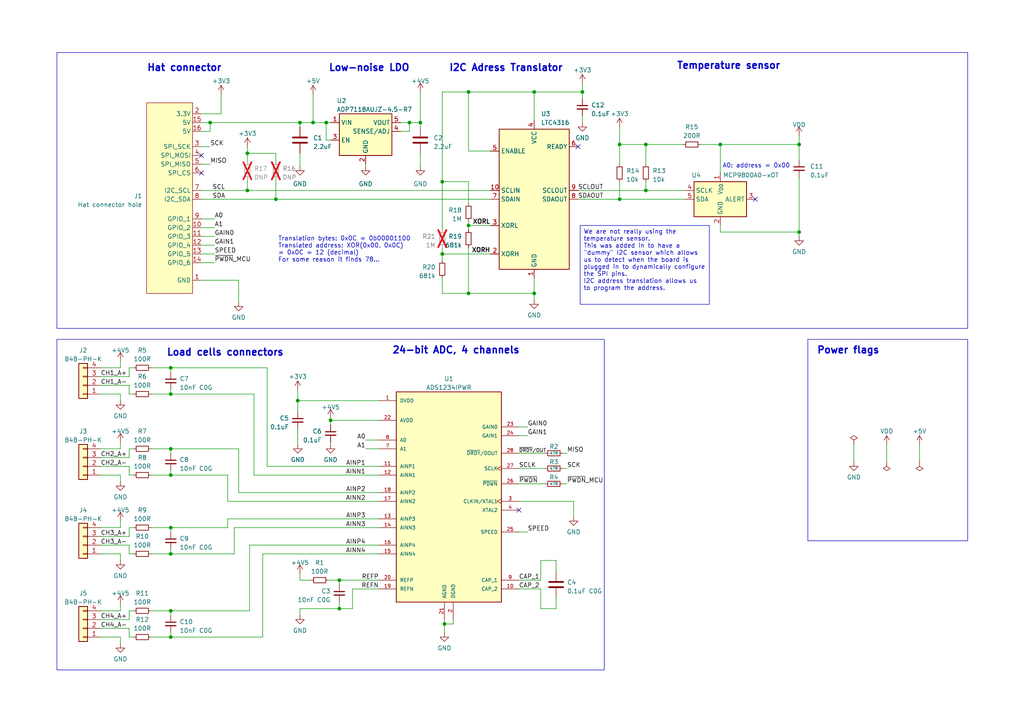
<source format=kicad_sch>
(kicad_sch (version 20230121) (generator eeschema)
  (paper "A4")
  (title_block (title "ADS1234 4-channels Load Cell Hat") (date "2023-10-01") (rev "1") (company "EPFL Xplore") (comment 4 "Author: Vincent Nguyen"))
  (lib_symbols
    (symbol "+4V5_1" (power) (pin_names (offset 0))
      (property "Value" "+4V5_1" (at 0 3.556 0))
      (symbol "+4V5_1_0_1"
        (polyline (pts (xy -0.762 1.27) (xy 0 2.54)))
        (polyline (pts (xy 0 0) (xy 0 2.54)))
        (polyline (pts (xy 0 2.54) (xy 0.762 1.27)))
      )
      (symbol "+4V5_1_1_1"
        (pin power_in line (at 0 0 90) (length 0) hide (name "+4V5") (number "1"))
      )
    )
    (symbol "0_connector_custom:Hat_connector_custom"
      (property "Reference" "J" (at -7.62 33.02 0))
      (property "Value" "Hat connector hole" (at -8.255 -26.035 0))
      (symbol "Hat_connector_custom_1_1"
        (rectangle (start -8.255 31.115) (end 5.08 -24.13) (fill (type background)))
        (pin input line (at -10.795 -20.32 0) (length 2.54) (name "GND") (number "1"))
        (pin bidirectional line (at -10.795 -5.08 0) (length 2.54) (name "GPIO_2") (number "10"))
        (pin bidirectional line (at -10.795 -7.62 0) (length 2.54) (name "GPIO_3") (number "11"))
        (pin bidirectional line (at -10.795 -10.16 0) (length 2.54) (name "GPIO_4") (number "12"))
        (pin bidirectional line (at -10.795 -12.7 0) (length 2.54) (name "GPIO_5") (number "13"))
        (pin bidirectional line (at -10.795 -15.24 0) (length 2.54) (name "GPIO_6") (number "14"))
        (pin power_in line (at -10.795 25.4 0) (length 2.54) (name "5V") (number "15"))
        (pin power_in line (at -10.795 22.86 0) (length 2.54) (name "5V") (number "16"))
        (pin power_in line (at -10.795 27.94 0) (length 2.54) (name "3.3V") (number "2"))
        (pin output line (at -10.795 18.415 0) (length 2.54) (name "SPI_SCK") (number "3"))
        (pin bidirectional line (at -10.795 15.875 0) (length 2.54) (name "SPI_MOSI") (number "4"))
        (pin input line (at -10.795 13.335 0) (length 2.54) (name "SPI_MISO") (number "5"))
        (pin output line (at -10.795 10.795 0) (length 2.54) (name "SPI_CS") (number "6"))
        (pin output line (at -10.795 5.715 0) (length 2.54) (name "I2C_SCL") (number "7"))
        (pin bidirectional line (at -10.795 3.175 0) (length 2.54) (name "I2C_SDA") (number "8"))
        (pin bidirectional line (at -10.795 -2.54 0) (length 2.54) (name "GPIO_1") (number "9"))
      )
    )
    (symbol "0_regulator:ADP7118AUJZ-4.5-R7"
      (property "Reference" "U" (at -7.62 8.255 0))
      (property "Value" "ADP7118AUJZ-4.5-R7" (at 0 0 0))
      (symbol "ADP7118AUJZ-4.5-R7_0_1"
        (rectangle (start -7.62 6.35) (end 7.62 -5.715) (stroke (width 0.254)) (fill (type background)))
      )
      (symbol "ADP7118AUJZ-4.5-R7_1_1"
        (pin power_in line (at -10.16 3.81 0) (length 2.54) (name "VIN") (number "1"))
        (pin power_in line (at 0 -8.255 90) (length 2.54) (name "GND") (number "2"))
        (pin input line (at -10.16 -1.27 0) (length 2.54) (name "EN") (number "3"))
        (pin input line (at 10.16 1.27 180) (length 2.54) (name "SENSE/ADJ") (number "4"))
        (pin power_out line (at 10.16 3.81 180) (length 2.54) (name "VOUT") (number "5"))
      )
    )
    (symbol "0_sensors:ADS1234IPWR" (pin_names (offset 1.016))
      (property "Reference" "U" (at -15.24 31.48 0))
      (property "Value" "ADS1234IPWR" (at 2.54 31.75 0))
      (symbol "ADS1234IPWR_0_0"
        (rectangle (start -15.24 30.48) (end 15.24 -30.48) (stroke (width 0.254)) (fill (type background)))
        (pin power_in line (at -20.32 27.94 0) (length 5.08) (name "DVDD") (number "1"))
        (pin passive line (at 20.32 -26.67 180) (length 5.08) (name "CAP_2") (number "10"))
        (pin input line (at -20.32 8.89 0) (length 5.08) (name "AINP1") (number "11"))
        (pin input line (at -20.32 6.35 0) (length 5.08) (name "AINN1") (number "12"))
        (pin input line (at -20.32 -6.35 0) (length 5.08) (name "AINP3") (number "13"))
        (pin input line (at -20.32 -8.89 0) (length 5.08) (name "AINN3") (number "14"))
        (pin input line (at -20.32 -16.51 0) (length 5.08) (name "AINN4") (number "15"))
        (pin input line (at -20.32 -13.97 0) (length 5.08) (name "AINP4") (number "16"))
        (pin input line (at -20.32 -1.27 0) (length 5.08) (name "AINN2") (number "17"))
        (pin input line (at -20.32 1.27 0) (length 5.08) (name "AINP2") (number "18"))
        (pin input line (at -20.32 -26.67 0) (length 5.08) (name "REFN") (number "19"))
        (pin input line (at -20.32 -24.13 0) (length 5.08) (name "REFP") (number "20"))
        (pin power_in line (at -1.27 -35.56 90) (length 5.08) (name "AGND") (number "21"))
        (pin power_in line (at -20.32 22.225 0) (length 5.08) (name "AVDD") (number "22"))
        (pin input line (at 20.32 20.32 180) (length 5.08) (name "GAIN0") (number "23"))
        (pin input line (at 20.32 17.78 180) (length 5.08) (name "GAIN1") (number "24"))
        (pin input line (at 20.32 -10.16 180) (length 5.08) (name "SPEED") (number "25"))
        (pin input line (at 20.32 3.81 180) (length 5.08) (name "~{PDWN}") (number "26"))
        (pin input clock (at 20.32 8.255 180) (length 5.08) (name "SCLK") (number "27"))
        (pin input clock (at 20.32 -1.27 180) (length 5.08) (name "CLKIN/XTAL1") (number "3"))
        (pin input line (at 20.32 -3.81 180) (length 5.08) (name "XTAL2") (number "4"))
        (pin input line (at -20.32 13.97 0) (length 5.08) (name "A1") (number "7"))
        (pin input line (at -20.32 16.51 0) (length 5.08) (name "A0") (number "8"))
        (pin passive line (at 20.32 -24.13 180) (length 5.08) (name "CAP_1") (number "9"))
      )
      (symbol "ADS1234IPWR_1_0"
        (pin power_in line (at 1.27 -35.56 90) (length 5.08) (name "DGND") (number "2"))
        (pin output line (at 20.32 12.7 180) (length 5.08) (name "~{DRDY}/DOUT") (number "28"))
        (pin power_in line (at 1.27 -35.56 90) (length 5.08) hide (name "DGND") (number "5"))
        (pin power_in line (at 1.27 -35.56 90) (length 5.08) hide (name "DGND") (number "6"))
      )
    )
    (symbol "0_sensors:MCP9800Ax-xOT"
      (property "Reference" "U" (at -6.35 6.35 0))
      (property "Value" "MCP9800Ax-xOT" (at 8.89 6.35 0))
      (symbol "MCP9800Ax-xOT_0_1"
        (rectangle (start -7.62 5.08) (end 7.62 -5.08) (stroke (width 0.254)) (fill (type background)))
      )
      (symbol "MCP9800Ax-xOT_1_1"
        (pin power_in line (at 0 7.62 270) (length 2.54) (name "V_{DD}") (number "1"))
        (pin power_in line (at 0 -7.62 90) (length 2.54) (name "GND") (number "2"))
        (pin output line (at 10.16 0 180) (length 2.54) (name "ALERT") (number "3"))
        (pin input line (at -10.16 2.54 0) (length 2.54) (name "SCLK") (number "4"))
        (pin bidirectional line (at -10.16 0 0) (length 2.54) (name "SDA") (number "5"))
      )
    )
    (symbol "0_translator:LTC4316"
      (property "Reference" "U" (at -8.89 21.59 0))
      (property "Value" "LTC4316" (at 0 -3.81 0))
      (symbol "LTC4316_0_1"
        (rectangle (start -10.16 20.32) (end 10.16 -20.32) (stroke (width 0.254)) (fill (type background)))
      )
      (symbol "LTC4316_1_1"
        (pin power_in line (at 0 -22.86 90) (length 2.54) (name "GND") (number "1"))
        (pin input line (at -12.7 2.54 0) (length 2.54) (name "SCLIN") (number "10"))
        (pin input line (at -12.7 -15.875 0) (length 2.54) (name "XORH") (number "2"))
        (pin input line (at -12.7 -7.62 0) (length 2.54) (name "XORL") (number "3"))
        (pin power_in line (at 0 22.86 270) (length 2.54) (name "VCC") (number "4"))
        (pin input line (at -12.7 13.97 0) (length 2.54) (name "ENABLE") (number "5"))
        (pin open_collector line (at 12.7 15.24 180) (length 2.54) (name "READY") (number "6"))
        (pin bidirectional line (at -12.7 0 0) (length 2.54) (name "SDAIN") (number "7"))
        (pin bidirectional line (at 12.7 0 180) (length 2.54) (name "SDAOUT") (number "8"))
        (pin output line (at 12.7 2.54 180) (length 2.54) (name "SCLOUT") (number "9"))
      )
    )
    (symbol "Connector_Generic:Conn_01x04" (pin_names (offset 1.016) hide)
      (property "Reference" "J" (at 0 5.08 0))
      (property "Value" "Conn_01x04" (at 0 -7.62 0))
      (symbol "Conn_01x04_1_1"
        (rectangle (start -1.27 -4.953) (end 0 -5.207) (stroke (width 0.1524)))
        (rectangle (start -1.27 -2.413) (end 0 -2.667) (stroke (width 0.1524)))
        (rectangle (start -1.27 0.127) (end 0 -0.127) (stroke (width 0.1524)))
        (rectangle (start -1.27 2.667) (end 0 2.413) (stroke (width 0.1524)))
        (rectangle (start -1.27 3.81) (end 1.27 -6.35) (stroke (width 0.254)) (fill (type background)))
        (pin passive line (at -5.08 2.54 0) (length 3.81) (name "Pin_1") (number "1"))
        (pin passive line (at -5.08 0 0) (length 3.81) (name "Pin_2") (number "2"))
        (pin passive line (at -5.08 -2.54 0) (length 3.81) (name "Pin_3") (number "3"))
        (pin passive line (at -5.08 -5.08 0) (length 3.81) (name "Pin_4") (number "4"))
      )
    )
    (symbol "Device:C" (pin_numbers hide) (pin_names (offset 0.254))
      (property "Reference" "C" (at 0.635 2.54 0))
      (property "Value" "C" (at 0.635 -2.54 0))
      (symbol "C_0_1"
        (polyline (pts (xy -2.032 -0.762) (xy 2.032 -0.762)) (stroke (width 0.508)))
        (polyline (pts (xy -2.032 0.762) (xy 2.032 0.762)) (stroke (width 0.508)))
      )
      (symbol "C_1_1"
        (pin passive line (at 0 3.81 270) (length 2.794) (name "~") (number "1"))
        (pin passive line (at 0 -3.81 90) (length 2.794) (name "~") (number "2"))
      )
    )
    (symbol "Device:C_Small" (pin_numbers hide) (pin_names (offset 0.254) hide)
      (property "Reference" "C" (at 0.254 1.778 0))
      (property "Value" "C_Small" (at 0.254 -2.032 0))
      (symbol "C_Small_0_1"
        (polyline (pts (xy -1.524 -0.508) (xy 1.524 -0.508)) (stroke (width 0.3302)))
        (polyline (pts (xy -1.524 0.508) (xy 1.524 0.508)) (stroke (width 0.3048)))
      )
      (symbol "C_Small_1_1"
        (pin passive line (at 0 2.54 270) (length 2.032) (name "~") (number "1"))
        (pin passive line (at 0 -2.54 90) (length 2.032) (name "~") (number "2"))
      )
    )
    (symbol "Device:R_Small" (pin_numbers hide) (pin_names (offset 0.254) hide)
      (property "Reference" "R" (at 0.762 0.508 0))
      (property "Value" "R_Small" (at 0.762 -1.016 0))
      (symbol "R_Small_0_1"
        (rectangle (start -0.762 1.778) (end 0.762 -1.778) (stroke (width 0.2032)))
      )
      (symbol "R_Small_1_1"
        (pin passive line (at 0 2.54 270) (length 0.762) (name "~") (number "1"))
        (pin passive line (at 0 -2.54 90) (length 0.762) (name "~") (number "2"))
      )
    )
    (symbol "power:+3V3" (power) (pin_names (offset 0))
      (property "Value" "+3V3" (at 0 3.556 0))
      (symbol "+3V3_0_1"
        (polyline (pts (xy -0.762 1.27) (xy 0 2.54)))
        (polyline (pts (xy 0 0) (xy 0 2.54)))
        (polyline (pts (xy 0 2.54) (xy 0.762 1.27)))
      )
      (symbol "+3V3_1_1"
        (pin power_in line (at 0 0 90) (length 0) hide (name "+3V3") (number "1"))
      )
    )
    (symbol "power:+5V" (power) (pin_names (offset 0))
      (property "Value" "+5V" (at 0 3.556 0))
      (symbol "+5V_0_1"
        (polyline (pts (xy -0.762 1.27) (xy 0 2.54)))
        (polyline (pts (xy 0 0) (xy 0 2.54)))
        (polyline (pts (xy 0 2.54) (xy 0.762 1.27)))
      )
      (symbol "+5V_1_1"
        (pin power_in line (at 0 0 90) (length 0) hide (name "+5V") (number "1"))
      )
    )
    (symbol "power:GND" (power) (pin_names (offset 0))
      (property "Value" "GND" (at 0 -3.81 0))
      (symbol "GND_0_1"
        (polyline (pts (xy 0 0) (xy 0 -1.27) (xy 1.27 -1.27) (xy 0 -2.54) (xy -1.27 -1.27) (xy 0 -1.27)))
      )
      (symbol "GND_1_1"
        (pin power_in line (at 0 0 270) (length 0) hide (name "GND") (number "1"))
      )
    )
    (symbol "power:PWR_FLAG" (power) (pin_numbers hide) (pin_names (offset 0) hide)
      (property "Value" "PWR_FLAG" (at 0 3.81 0))
      (symbol "PWR_FLAG_0_0"
        (pin power_out line (at 0 0 90) (length 0) (name "pwr") (number "1"))
      )
      (symbol "PWR_FLAG_0_1"
        (polyline (pts (xy 0 0) (xy 0 1.27) (xy -1.016 1.905) (xy 0 2.54) (xy 1.016 1.905) (xy 0 1.27)))
      )
    )
    (symbol "power:VDD" (power) (pin_names (offset 0))
      (property "Value" "VDD" (at 0 3.81 0))
      (symbol "VDD_0_1"
        (polyline (pts (xy -0.762 1.27) (xy 0 2.54)))
        (polyline (pts (xy 0 0) (xy 0 2.54)))
        (polyline (pts (xy 0 2.54) (xy 0.762 1.27)))
      )
      (symbol "VDD_1_1"
        (pin power_in line (at 0 0 90) (length 0) hide (name "VDD") (number "1"))
      )
    )
  )
  (junction (at 94.615 35.56))
  (junction (at 154.94 26.67))
  (junction (at 60.96 35.56))
  (junction (at 179.705 57.785))
  (junction (at 118.745 35.56))
  (junction (at 208.915 41.91))
  (junction (at 49.53 106.68))
  (junction (at 98.425 168.275))
  (junction (at 49.53 130.175))
  (junction (at 128.905 180.975))
  (junction (at 98.425 176.53))
  (junction (at 121.92 35.56))
  (junction (at 49.53 137.795))
  (junction (at 49.53 184.785))
  (junction (at 86.36 116.205))
  (junction (at 80.01 57.785))
  (junction (at 168.91 26.67))
  (junction (at 49.53 114.3))
  (junction (at 135.89 26.67))
  (junction (at 135.89 65.405))
  (junction (at 49.53 160.655))
  (junction (at 179.705 41.91))
  (junction (at 154.94 85.09))
  (junction (at 49.53 153.035))
  (junction (at 231.775 67.31))
  (junction (at 135.89 85.09))
  (junction (at 187.325 55.245))
  (junction (at 187.325 41.91))
  (junction (at 71.755 55.245))
  (junction (at 128.27 52.705))
  (junction (at 49.53 177.165))
  (junction (at 90.805 35.56))
  (junction (at 86.995 35.56))
  (junction (at 95.885 121.92))
  (junction (at 71.755 44.45))
  (junction (at 231.775 41.91))
  (junction (at 128.27 73.66))
  (no_connect (at 219.075 57.785))
  (no_connect (at 150.495 147.955))
  (no_connect (at 58.42 45.085))
  (no_connect (at 58.42 50.165))
  (no_connect (at 167.64 42.545))
  (wire (pts (xy 86.995 178.435) (xy 86.995 176.53)))
  (wire (pts (xy 128.27 71.755) (xy 128.27 73.66)))
  (wire (pts (xy 135.89 43.815) (xy 135.89 26.67)))
  (wire (pts (xy 77.47 135.255) (xy 77.47 106.68)))
  (wire (pts (xy 128.27 66.675) (xy 128.27 52.705)))
  (wire (pts (xy 58.42 57.785) (xy 80.01 57.785)))
  (wire (pts (xy 37.465 155.575) (xy 29.21 155.575)))
  (wire (pts (xy 187.325 52.705) (xy 187.325 55.245)))
  (wire (pts (xy 116.205 38.1) (xy 118.745 38.1)))
  (wire (pts (xy 94.615 35.56) (xy 95.885 35.56)))
  (wire (pts (xy 34.925 114.3) (xy 29.21 114.3)))
  (wire (pts (xy 60.96 35.56) (xy 86.995 35.56)))
  (wire (pts (xy 37.465 179.705) (xy 29.21 179.705)))
  (wire (pts (xy 66.04 150.495) (xy 109.855 150.495)))
  (wire (pts (xy 34.925 186.69) (xy 34.925 184.785)))
  (wire (pts (xy 34.925 184.785) (xy 29.21 184.785)))
  (wire (pts (xy 37.465 111.76) (xy 29.21 111.76)))
  (wire (pts (xy 34.925 162.56) (xy 34.925 160.655)))
  (wire (pts (xy 37.465 177.165) (xy 37.465 179.705)))
  (wire (pts (xy 164.465 131.445) (xy 163.195 131.445)))
  (wire (pts (xy 34.925 151.13) (xy 34.925 153.035)))
  (wire (pts (xy 34.925 177.165) (xy 29.21 177.165)))
  (wire (pts (xy 257.175 133.985) (xy 257.175 128.905)))
  (wire (pts (xy 80.01 52.07) (xy 80.01 57.785)))
  (wire (pts (xy 49.53 130.175) (xy 69.215 130.175)))
  (wire (pts (xy 62.23 66.04) (xy 58.42 66.04)))
  (wire (pts (xy 37.465 132.715) (xy 29.21 132.715)))
  (wire (pts (xy 135.89 52.705) (xy 128.27 52.705)))
  (wire (pts (xy 135.89 65.405) (xy 135.89 66.675)))
  (wire (pts (xy 38.735 106.68) (xy 37.465 106.68)))
  (wire (pts (xy 71.755 52.07) (xy 71.755 55.245)))
  (wire (pts (xy 60.96 47.625) (xy 58.42 47.625)))
  (wire (pts (xy 86.36 113.03) (xy 86.36 116.205)))
  (wire (pts (xy 37.465 160.655) (xy 37.465 158.115)))
  (wire (pts (xy 128.905 180.975) (xy 128.905 183.515)))
  (wire (pts (xy 179.705 57.785) (xy 179.705 52.705)))
  (wire (pts (xy 37.465 106.68) (xy 37.465 109.22)))
  (wire (pts (xy 128.27 85.09) (xy 135.89 85.09)))
  (wire (pts (xy 73.66 137.795) (xy 73.66 114.3)))
  (wire (pts (xy 231.775 68.58) (xy 231.775 67.31)))
  (wire (pts (xy 94.615 40.64) (xy 94.615 35.56)))
  (wire (pts (xy 49.53 114.3) (xy 43.815 114.3)))
  (wire (pts (xy 62.23 68.58) (xy 58.42 68.58)))
  (wire (pts (xy 158.115 131.445) (xy 150.495 131.445)))
  (wire (pts (xy 38.735 160.655) (xy 37.465 160.655)))
  (wire (pts (xy 71.755 44.45) (xy 71.755 46.99)))
  (wire (pts (xy 179.705 36.83) (xy 179.705 41.91)))
  (wire (pts (xy 62.23 71.12) (xy 58.42 71.12)))
  (wire (pts (xy 72.39 177.165) (xy 72.39 158.115)))
  (wire (pts (xy 34.925 130.175) (xy 29.21 130.175)))
  (wire (pts (xy 86.36 116.205) (xy 86.36 119.38)))
  (wire (pts (xy 49.53 154.305) (xy 49.53 153.035)))
  (wire (pts (xy 208.915 41.91) (xy 208.915 50.165)))
  (wire (pts (xy 121.92 35.56) (xy 121.92 36.83)))
  (wire (pts (xy 135.89 64.135) (xy 135.89 65.405)))
  (wire (pts (xy 60.96 38.1) (xy 60.96 35.56)))
  (wire (pts (xy 95.885 40.64) (xy 94.615 40.64)))
  (wire (pts (xy 37.465 109.22) (xy 29.21 109.22)))
  (wire (pts (xy 38.735 130.175) (xy 37.465 130.175)))
  (wire (pts (xy 158.115 135.89) (xy 150.495 135.89)))
  (wire (pts (xy 34.925 139.7) (xy 34.925 137.795)))
  (wire (pts (xy 37.465 137.795) (xy 37.465 135.255)))
  (wire (pts (xy 34.925 137.795) (xy 29.21 137.795)))
  (wire (pts (xy 34.925 175.26) (xy 34.925 177.165)))
  (wire (pts (xy 67.945 160.655) (xy 49.53 160.655)))
  (wire (pts (xy 49.53 183.515) (xy 49.53 184.785)))
  (wire (pts (xy 109.855 153.035) (xy 67.945 153.035)))
  (wire (pts (xy 135.89 71.755) (xy 135.89 85.09)))
  (wire (pts (xy 208.915 67.31) (xy 231.775 67.31)))
  (wire (pts (xy 121.92 48.26) (xy 121.92 44.45)))
  (wire (pts (xy 49.53 131.445) (xy 49.53 130.175)))
  (wire (pts (xy 164.465 135.89) (xy 163.195 135.89)))
  (wire (pts (xy 64.135 33.02) (xy 58.42 33.02)))
  (wire (pts (xy 128.905 179.705) (xy 128.905 180.975)))
  (wire (pts (xy 142.24 73.66) (xy 128.27 73.66)))
  (wire (pts (xy 86.36 116.205) (xy 109.855 116.205)))
  (wire (pts (xy 106.045 130.175) (xy 109.855 130.175)))
  (wire (pts (xy 37.465 153.035) (xy 37.465 155.575)))
  (wire (pts (xy 38.735 114.3) (xy 37.465 114.3)))
  (wire (pts (xy 154.94 86.995) (xy 154.94 85.09)))
  (wire (pts (xy 90.805 35.56) (xy 94.615 35.56)))
  (wire (pts (xy 135.89 85.09) (xy 154.94 85.09)))
  (wire (pts (xy 121.92 26.67) (xy 121.92 35.56)))
  (wire (pts (xy 187.325 41.91) (xy 187.325 47.625)))
  (wire (pts (xy 116.205 35.56) (xy 118.745 35.56)))
  (wire (pts (xy 69.215 81.28) (xy 58.42 81.28)))
  (wire (pts (xy 37.465 114.3) (xy 37.465 111.76)))
  (wire (pts (xy 49.53 177.165) (xy 72.39 177.165)))
  (wire (pts (xy 34.925 104.775) (xy 34.925 106.68)))
  (wire (pts (xy 208.915 67.31) (xy 208.915 65.405)))
  (wire (pts (xy 109.855 135.255) (xy 77.47 135.255)))
  (wire (pts (xy 49.53 136.525) (xy 49.53 137.795)))
  (wire (pts (xy 71.755 55.245) (xy 142.24 55.245)))
  (wire (pts (xy 37.465 135.255) (xy 29.21 135.255)))
  (wire (pts (xy 156.845 176.53) (xy 156.845 170.815)))
  (wire (pts (xy 161.29 173.355) (xy 161.29 176.53)))
  (wire (pts (xy 131.445 179.705) (xy 131.445 180.975)))
  (wire (pts (xy 38.735 137.795) (xy 37.465 137.795)))
  (wire (pts (xy 49.53 184.785) (xy 43.815 184.785)))
  (wire (pts (xy 231.775 41.91) (xy 208.915 41.91)))
  (wire (pts (xy 80.01 57.785) (xy 142.24 57.785)))
  (wire (pts (xy 38.735 177.165) (xy 37.465 177.165)))
  (wire (pts (xy 62.23 76.2) (xy 58.42 76.2)))
  (wire (pts (xy 161.29 176.53) (xy 156.845 176.53)))
  (wire (pts (xy 128.27 80.645) (xy 128.27 85.09)))
  (wire (pts (xy 154.94 85.09) (xy 154.94 80.645)))
  (wire (pts (xy 86.995 35.56) (xy 90.805 35.56)))
  (wire (pts (xy 153.035 126.365) (xy 150.495 126.365)))
  (wire (pts (xy 90.805 27.305) (xy 90.805 35.56)))
  (wire (pts (xy 34.925 160.655) (xy 29.21 160.655)))
  (wire (pts (xy 80.01 46.99) (xy 80.01 44.45)))
  (wire (pts (xy 131.445 180.975) (xy 128.905 180.975)))
  (wire (pts (xy 98.425 169.545) (xy 98.425 168.275)))
  (wire (pts (xy 49.53 177.165) (xy 43.815 177.165)))
  (wire (pts (xy 69.215 142.875) (xy 109.855 142.875)))
  (wire (pts (xy 118.745 38.1) (xy 118.745 35.56)))
  (wire (pts (xy 128.27 52.705) (xy 128.27 26.67)))
  (wire (pts (xy 58.42 55.245) (xy 71.755 55.245)))
  (wire (pts (xy 69.215 130.175) (xy 69.215 142.875)))
  (wire (pts (xy 247.65 133.985) (xy 247.65 128.905)))
  (wire (pts (xy 64.135 27.305) (xy 64.135 33.02)))
  (wire (pts (xy 109.855 137.795) (xy 73.66 137.795)))
  (wire (pts (xy 156.845 170.815) (xy 150.495 170.815)))
  (wire (pts (xy 106.045 48.26) (xy 106.045 47.625)))
  (wire (pts (xy 80.01 44.45) (xy 71.755 44.45)))
  (wire (pts (xy 231.775 46.355) (xy 231.775 41.91)))
  (wire (pts (xy 49.53 153.035) (xy 66.04 153.035)))
  (wire (pts (xy 72.39 158.115) (xy 109.855 158.115)))
  (wire (pts (xy 69.215 87.63) (xy 69.215 81.28)))
  (wire (pts (xy 154.94 26.67) (xy 154.94 34.925)))
  (wire (pts (xy 62.23 63.5) (xy 58.42 63.5)))
  (wire (pts (xy 66.04 153.035) (xy 66.04 150.495)))
  (wire (pts (xy 86.995 168.275) (xy 90.17 168.275)))
  (wire (pts (xy 86.995 48.26) (xy 86.995 44.45)))
  (wire (pts (xy 179.705 41.91) (xy 179.705 47.625)))
  (wire (pts (xy 49.53 113.03) (xy 49.53 114.3)))
  (wire (pts (xy 167.64 55.245) (xy 187.325 55.245)))
  (wire (pts (xy 168.91 35.56) (xy 168.91 33.655)))
  (wire (pts (xy 161.29 162.56) (xy 161.29 165.735)))
  (wire (pts (xy 102.235 170.815) (xy 102.235 176.53)))
  (wire (pts (xy 95.885 121.92) (xy 95.885 123.19)))
  (wire (pts (xy 73.66 114.3) (xy 49.53 114.3)))
  (wire (pts (xy 168.91 26.67) (xy 154.94 26.67)))
  (wire (pts (xy 76.2 184.785) (xy 49.53 184.785)))
  (wire (pts (xy 109.855 160.655) (xy 76.2 160.655)))
  (wire (pts (xy 128.27 26.67) (xy 135.89 26.67)))
  (wire (pts (xy 203.2 41.91) (xy 208.915 41.91)))
  (wire (pts (xy 166.37 145.415) (xy 150.495 145.415)))
  (wire (pts (xy 37.465 130.175) (xy 37.465 132.715)))
  (wire (pts (xy 109.855 145.415) (xy 66.04 145.415)))
  (wire (pts (xy 156.845 168.275) (xy 156.845 162.56)))
  (wire (pts (xy 95.885 121.285) (xy 95.885 121.92)))
  (wire (pts (xy 187.325 41.91) (xy 198.12 41.91)))
  (wire (pts (xy 34.925 116.205) (xy 34.925 114.3)))
  (wire (pts (xy 95.25 168.275) (xy 98.425 168.275)))
  (wire (pts (xy 49.53 153.035) (xy 43.815 153.035)))
  (wire (pts (xy 102.235 170.815) (xy 109.855 170.815)))
  (wire (pts (xy 37.465 184.785) (xy 37.465 182.245)))
  (wire (pts (xy 62.23 73.66) (xy 58.42 73.66)))
  (wire (pts (xy 58.42 35.56) (xy 60.96 35.56)))
  (wire (pts (xy 38.735 184.785) (xy 37.465 184.785)))
  (wire (pts (xy 166.37 149.86) (xy 166.37 145.415)))
  (wire (pts (xy 231.775 39.37) (xy 231.775 41.91)))
  (wire (pts (xy 164.465 140.335) (xy 163.195 140.335)))
  (wire (pts (xy 34.925 153.035) (xy 29.21 153.035)))
  (wire (pts (xy 106.045 127.635) (xy 109.855 127.635)))
  (wire (pts (xy 37.465 158.115) (xy 29.21 158.115)))
  (wire (pts (xy 135.89 59.055) (xy 135.89 52.705)))
  (wire (pts (xy 168.91 24.13) (xy 168.91 26.67)))
  (wire (pts (xy 66.04 145.415) (xy 66.04 137.795)))
  (wire (pts (xy 49.53 178.435) (xy 49.53 177.165)))
  (wire (pts (xy 60.96 42.545) (xy 58.42 42.545)))
  (wire (pts (xy 231.775 51.435) (xy 231.775 67.31)))
  (wire (pts (xy 95.885 121.92) (xy 109.855 121.92)))
  (wire (pts (xy 71.755 42.545) (xy 71.755 44.45)))
  (wire (pts (xy 102.235 176.53) (xy 98.425 176.53)))
  (wire (pts (xy 66.04 137.795) (xy 49.53 137.795)))
  (wire (pts (xy 135.89 43.815) (xy 142.24 43.815)))
  (wire (pts (xy 86.995 176.53) (xy 98.425 176.53)))
  (wire (pts (xy 38.735 153.035) (xy 37.465 153.035)))
  (wire (pts (xy 49.53 137.795) (xy 43.815 137.795)))
  (wire (pts (xy 153.035 154.305) (xy 150.495 154.305)))
  (wire (pts (xy 86.995 36.83) (xy 86.995 35.56)))
  (wire (pts (xy 49.53 159.385) (xy 49.53 160.655)))
  (wire (pts (xy 34.925 106.68) (xy 29.21 106.68)))
  (wire (pts (xy 58.42 38.1) (xy 60.96 38.1)))
  (wire (pts (xy 95.885 128.905) (xy 95.885 128.27)))
  (wire (pts (xy 168.91 26.67) (xy 168.91 28.575)))
  (wire (pts (xy 49.53 160.655) (xy 43.815 160.655)))
  (wire (pts (xy 187.325 55.245) (xy 198.755 55.245)))
  (wire (pts (xy 98.425 176.53) (xy 98.425 174.625)))
  (wire (pts (xy 187.325 41.91) (xy 179.705 41.91)))
  (wire (pts (xy 49.53 106.68) (xy 43.815 106.68)))
  (wire (pts (xy 135.89 26.67) (xy 154.94 26.67)))
  (wire (pts (xy 49.53 130.175) (xy 43.815 130.175)))
  (wire (pts (xy 37.465 182.245) (xy 29.21 182.245)))
  (wire (pts (xy 156.845 162.56) (xy 161.29 162.56)))
  (wire (pts (xy 76.2 160.655) (xy 76.2 184.785)))
  (wire (pts (xy 153.035 123.825) (xy 150.495 123.825)))
  (wire (pts (xy 150.495 168.275) (xy 156.845 168.275)))
  (wire (pts (xy 135.89 65.405) (xy 142.24 65.405)))
  (wire (pts (xy 49.53 107.95) (xy 49.53 106.68)))
  (wire (pts (xy 158.115 140.335) (xy 150.495 140.335)))
  (wire (pts (xy 49.53 106.68) (xy 77.47 106.68)))
  (wire (pts (xy 198.755 57.785) (xy 179.705 57.785)))
  (wire (pts (xy 128.27 73.66) (xy 128.27 75.565)))
  (wire (pts (xy 266.7 128.905) (xy 266.7 133.985)))
  (wire (pts (xy 86.995 166.37) (xy 86.995 168.275)))
  (wire (pts (xy 67.945 153.035) (xy 67.945 160.655)))
  (wire (pts (xy 34.925 128.27) (xy 34.925 130.175)))
  (wire (pts (xy 86.36 128.905) (xy 86.36 124.46)))
  (wire (pts (xy 98.425 168.275) (xy 109.855 168.275)))
  (wire (pts (xy 167.64 57.785) (xy 179.705 57.785)))
  (wire (pts (xy 118.745 35.56) (xy 121.92 35.56)))
  (rectangle (start 16.51 98.425) (end 175.26 194.31))
  (rectangle (start 16.51 15.24) (end 280.67 95.25))
  (rectangle (start 234.315 98.425) (end 280.67 156.845))
  (text_box "We are not really using the temperature sensor.\nThis was added in to have a \"dummy\" I2C sensor which allows us to detect when the board is plugged in to dynamically configure the SPI pins.\nI2C address translation allows us to program the address." (at 168.275 65.405 0) (size 37.465 22.86) (effects (font (size 1.27 1.27)) (justify left top)))
  (text "Hat connector" (at 42.545 20.955 0) (effects (font (size 2 2) (thickness 0.4) bold) (justify left bottom)))
  (text "Temperature sensor" (at 196.215 20.32 0) (effects (font (size 2 2) (thickness 0.4) bold) (justify left bottom)))
  (text "A0: address = 0x00" (at 209.55 48.895 0) (effects (font (size 1.27 1.27)) (justify left bottom)))
  (text "Low-noise LDO" (at 95.25 20.955 0) (effects (font (size 2 2) (thickness 0.4) bold) (justify left bottom)))
  (text "I2C Adress Translator" (at 130.175 20.955 0) (effects (font (size 2 2) (thickness 0.4) bold) (justify left bottom)))
  (text "24-bit ADC, 4 channels" (at 113.665 102.87 0) (effects (font (size 2 2) (thickness 0.4) bold) (justify left bottom)))
  (text "Power flags" (at 236.855 102.87 0) (effects (font (size 2 2) (thickness 0.4) bold) (justify left bottom)))
  (text "Load cells connectors" (at 48.26 103.505 0) (effects (font (size 2 2) (thickness 0.4) bold) (justify left bottom)))
  (text "Translation bytes: 0x0C = 0b00001100\nTranslated address: XOR(0x00, 0x0C) \n= 0x0C = 12 (decimal)\nFor some reason it finds 78..." (at 80.645 76.2 0) (effects (font (size 1.27 1.27)) (justify left bottom)))
  (label "CH2_A-" (at 29.21 135.255 0))
  (label "SPEED" (at 153.035 154.305 0))
  (label "CH4_A-" (at 29.21 182.245 0))
  (label "SCL" (at 61.595 55.245 0))
  (label "CH2_A+" (at 29.21 132.715 0))
  (label "AINP1" (at 106.045 135.255 180))
  (label "REFN" (at 109.855 170.815 180))
  (label "SDAOUT" (at 167.64 57.785 0))
  (label "SCLK" (at 150.495 135.89 0))
  (label "AINN2" (at 106.045 145.415 180))
  (label "CAP_2" (at 150.495 170.815 0))
  (label "CH1_A-" (at 29.21 111.76 0))
  (label "A1" (at 106.045 130.175 180))
  (label "CH4_A+" (at 29.21 179.705 0))
  (label "AINP4" (at 106.045 158.115 180))
  (label "A1" (at 62.23 66.04 0))
  (label "CH3_A+" (at 29.21 155.575 0))
  (label "~{DRDY}{slash}OUT" (at 150.495 131.445 0) (effects (font (size 1 1))))
  (label "MISO" (at 164.465 131.445 0))
  (label "GAIN0" (at 62.23 68.58 0))
  (label "SCLOUT" (at 167.64 55.245 0))
  (label "XORL" (at 142.24 65.405 180) (effects (font bold)))
  (label "SDA" (at 61.595 57.785 0))
  (label "AINN1" (at 106.045 137.795 180))
  (label "CAP_1" (at 150.495 168.275 0))
  (label "SPEED" (at 62.23 73.66 0))
  (label "~{PWDN}_MCU" (at 62.23 76.2 0))
  (label "AINN4" (at 106.045 160.655 180))
  (label "A0" (at 62.23 63.5 0))
  (label "SCK" (at 60.96 42.545 0))
  (label "REFP" (at 109.855 168.275 180))
  (label "~{PWDN}" (at 150.495 140.335 0))
  (label "GAIN1" (at 153.035 126.365 0))
  (label "~{PWDN}_MCU" (at 164.465 140.335 0))
  (label "AINP3" (at 106.045 150.495 180))
  (label "GAIN0" (at 153.035 123.825 0))
  (label "GAIN1" (at 62.23 71.12 0))
  (label "A0" (at 106.045 127.635 180))
  (label "XORH" (at 142.24 73.66 180) (effects (font bold)))
  (label "CH1_A+" (at 29.21 109.22 0))
  (label "AINN3" (at 106.045 153.035 180))
  (label "AINP2" (at 106.045 142.875 180))
  (label "CH3_A-" (at 29.21 158.115 0))
  (label "MISO" (at 60.96 47.625 0))
  (label "SCK" (at 164.465 135.89 0))
  (symbol (lib_id "power:PWR_FLAG") (at 247.65 128.905 0) (unit 1)
    (property "Reference" "#FLG03" (effects hide))
    (property "Value" "PWR_FLAG" (effects hide))
  )
  (symbol (lib_name "+4V5_1") (lib_id "0_power_symbols:+4V5") (at 34.925 128.27 0) (unit 1)
    (property "Reference" "#PWR017" (effects hide))
    (property "Value" "+4V5" (at 34.925 125.095 0))
  )
  (symbol (lib_name "+4V5_1") (lib_id "0_power_symbols:+4V5") (at 34.925 151.13 0) (unit 1)
    (property "Reference" "#PWR019" (effects hide))
    (property "Value" "+4V5" (at 34.925 147.955 0))
  )
  (symbol (lib_id "power:GND") (at 231.775 68.58 0) (unit 1)
    (property "Reference" "#PWR025" (effects hide))
    (property "Value" "GND" (at 231.775 73.025 0))
  )
  (symbol (lib_id "Device:C_Small") (at 86.36 121.92 0) (mirror y) (unit 1)
    (property "Reference" "C5" (at 83.82 121.2913 0) (effects (justify left)))
    (property "Value" "0.1uF" (at 83.82 123.8313 0) (effects (justify left)))
    (property "Footprint" "Capacitor_SMD:C_0603_1608Metric" (effects hide))
  )
  (symbol (lib_id "Device:R_Small") (at 135.89 69.215 0) (mirror y) (unit 1)
    (property "Reference" "R19" (at 133.985 68.58 0) (effects (justify left)))
    (property "Value" "681k" (at 133.985 71.12 0) (effects (justify left)))
    (property "Footprint" "Resistor_SMD:R_0603_1608Metric" (effects hide))
  )
  (symbol (lib_id "power:GND") (at 121.92 48.26 0) (unit 1)
    (property "Reference" "#PWR03" (effects hide))
    (property "Value" "GND" (at 121.92 53.34 0))
  )
  (symbol (lib_id "Device:C_Small") (at 49.53 110.49 0) (unit 1)
    (property "Reference" "C7" (at 52.07 109.8613 0) (effects (justify left)))
    (property "Value" "10nF C0G" (at 52.07 112.4013 0) (effects (justify left)))
    (property "Footprint" "Capacitor_SMD:C_0603_1608Metric" (effects hide))
  )
  (symbol (lib_id "power:GND") (at 247.65 133.985 0) (unit 1)
    (property "Reference" "#PWR033" (effects hide))
    (property "Value" "GND" (at 247.65 138.43 0))
  )
  (symbol (lib_id "power:GND") (at 86.36 128.905 0) (unit 1)
    (property "Reference" "#PWR013" (effects hide))
    (property "Value" "GND" (at 86.36 133.35 0))
  )
  (symbol (lib_id "0_sensors:MCP9800Ax-xOT") (at 208.915 57.785 0) (unit 1)
    (property "Reference" "U4" (at 201.93 50.8 0))
    (property "Value" "MCP9800A0-xOT" (at 217.805 50.8 0))
    (property "Footprint" "Package_TO_SOT_SMD:SOT-23-5" (effects hide))
    (property "Datasheet" "https://ww1.microchip.com/downloads/aemDocuments/documents/OTH/ProductDocuments/DataSheets/21909d.pdf" (effects hide))
  )
  (symbol (lib_id "Device:C_Small") (at 49.53 133.985 0) (unit 1)
    (property "Reference" "C8" (at 52.07 133.3563 0) (effects (justify left)))
    (property "Value" "10nF C0G" (at 52.07 135.8963 0) (effects (justify left)))
    (property "Footprint" "Capacitor_SMD:C_0603_1608Metric" (effects hide))
  )
  (symbol (lib_id "power:GND") (at 154.94 86.995 0) (unit 1)
    (property "Reference" "#PWR027" (effects hide))
    (property "Value" "GND" (at 154.94 91.44 0))
  )
  (symbol (lib_id "Device:R_Small") (at 179.705 50.165 0) (unit 1)
    (property "Reference" "R14" (at 181.61 49.53 0) (effects (justify left)))
    (property "Value" "10k" (at 181.61 52.07 0) (effects (justify left)))
    (property "Footprint" "Resistor_SMD:R_0603_1608Metric" (effects hide))
  )
  (symbol (lib_id "Device:R_Small") (at 41.275 106.68 90) (unit 1)
    (property "Reference" "R5" (at 41.275 101.6 90))
    (property "Value" "100R" (at 41.275 104.14 90))
    (property "Footprint" "Resistor_SMD:R_0603_1608Metric" (effects hide))
  )
  (symbol (lib_id "Device:C") (at 86.995 40.64 0) (unit 1)
    (property "Reference" "C1" (at 90.805 40.005 0) (effects (justify left)))
    (property "Value" "2.2uF" (at 90.805 42.545 0) (effects (justify left)))
    (property "Footprint" "Capacitor_SMD:C_0603_1608Metric" (effects hide))
    (property "Datasheet" "https://www.yuden.co.jp/productdata/catalog/mlcc06_e.pdf" (effects hide))
    (property "Manufacturer ref" "UMK107BBJ225KA-T" (effects hide))
    (property "Supplier" "Digikey" (effects hide))
    (property "Supplier ref" "587-4320-1-ND" (effects hide))
  )
  (symbol (lib_id "Device:C") (at 161.29 169.545 0) (unit 1)
    (property "Reference" "C4" (at 164.465 168.91 0) (effects (justify left)))
    (property "Value" "0.1uF C0G" (at 164.465 171.45 0) (effects (justify left)))
    (property "Footprint" "Capacitor_SMD:C_1206_3216Metric" (effects hide))
    (property "Datasheet" "https://product.tdk.com/system/files/dam/doc/product/capacitor/ceramic/mlcc/catalog/mlcc_commercial_general_en.pdf" (effects hide))
    (property "Manufacturer ref" "C3216C0G1H104J160AA" (effects hide))
    (property "Supplier" "Digikey" (effects hide))
    (property "Supplier ref" "445-7694-1-ND" (effects hide))
  )
  (symbol (lib_id "power:GND") (at 34.925 162.56 0) (unit 1)
    (property "Reference" "#PWR020" (effects hide))
    (property "Value" "GND" (at 34.925 167.005 0))
  )
  (symbol (lib_id "Device:R_Small") (at 71.755 49.53 0) (unit 1) (in_bom no) (dnp yes)
    (property "Reference" "R17" (at 73.66 48.895 0) (effects (justify left)))
    (property "Value" "DNP" (at 73.66 51.435 0) (effects (justify left)))
    (property "Footprint" "Resistor_SMD:R_0603_1608Metric" (effects hide))
  )
  (symbol (lib_id "power:GND") (at 34.925 139.7 0) (unit 1)
    (property "Reference" "#PWR018" (effects hide))
    (property "Value" "GND" (at 34.925 144.145 0))
  )
  (symbol (lib_name "+4V5_1") (lib_id "0_power_symbols:+4V5") (at 86.995 166.37 0) (unit 1)
    (property "Reference" "#PWR08" (effects hide))
    (property "Value" "+4V5" (at 86.995 163.195 0))
  )
  (symbol (lib_id "0_sensors:ADS1234IPWR") (at 130.175 144.145 0) (unit 1)
    (property "Reference" "U1" (at 130.175 109.855 0))
    (property "Value" "ADS1234IPWR" (at 130.175 112.395 0))
    (property "Footprint" "0_sensors:SOP65P640X120-28N" (effects hide))
    (property "Datasheet" "https://www.ti.com/lit/ds/symlink/ads1232.pdf?HQS=dis-dk-null-digikeymode-dsf-pf-null-wwe&ts=1696172839299&ref_url=https%253A%252F%252Fwww.ti.com%252Fgeneral%252Fdocs%252Fsuppproductinfo.tsp%253FdistId%253D10%2526gotoUrl%253Dhttps%253A%252F%252Fwww.ti.com%252Flit%252Fgpn%252Fads1232" (effects hide))
  )
  (symbol (lib_id "Device:R_Small") (at 135.89 61.595 0) (mirror y) (unit 1)
    (property "Reference" "R18" (at 133.985 60.96 0) (effects (justify left)))
    (property "Value" "1M" (at 133.985 63.5 0) (effects (justify left)))
    (property "Footprint" "Resistor_SMD:R_0603_1608Metric" (effects hide))
  )
  (symbol (lib_id "Device:R_Small") (at 41.275 160.655 90) (unit 1)
    (property "Reference" "R10" (at 41.275 155.575 90))
    (property "Value" "100R" (at 41.275 158.115 90))
    (property "Footprint" "Resistor_SMD:R_0603_1608Metric" (effects hide))
  )
  (symbol (lib_id "power:VDD") (at 257.175 128.905 0) (unit 1)
    (property "Reference" "#PWR032" (effects hide))
    (property "Value" "VDD" (at 257.175 125.095 0))
  )
  (symbol (lib_id "Connector_Generic:Conn_01x04") (at 24.13 111.76 180) (unit 1)
    (property "Reference" "J2" (at 24.13 101.6 0))
    (property "Value" "B4B-PH-K" (at 24.13 104.14 0))
    (property "Footprint" "Connector_JST:JST_PH_B4B-PH-K_1x04_P2.00mm_Vertical" (effects hide))
  )
  (symbol (lib_id "Connector_Generic:Conn_01x04") (at 24.13 135.255 180) (unit 1)
    (property "Reference" "J3" (at 24.13 125.095 0))
    (property "Value" "B4B-PH-K" (at 24.13 127.635 0))
    (property "Footprint" "Connector_JST:JST_PH_B4B-PH-K_1x04_P2.00mm_Vertical" (effects hide))
  )
  (symbol (lib_id "Device:C") (at 121.92 40.64 0) (unit 1)
    (property "Reference" "C2" (at 125.73 40.005 0) (effects (justify left)))
    (property "Value" "2.2uF" (at 125.73 42.545 0) (effects (justify left)))
    (property "Footprint" "Capacitor_SMD:C_0603_1608Metric" (effects hide))
    (property "Datasheet" "https://www.yuden.co.jp/productdata/catalog/mlcc06_e.pdf" (effects hide))
    (property "Manufacturer ref" "UMK107BBJ225KA-T" (effects hide))
    (property "Supplier" "Digikey" (effects hide))
    (property "Supplier ref" "587-4320-1-ND" (effects hide))
  )
  (symbol (lib_id "power:GND") (at 34.925 186.69 0) (unit 1)
    (property "Reference" "#PWR022" (effects hide))
    (property "Value" "GND" (at 34.925 191.135 0))
  )
  (symbol (lib_id "power:GND") (at 86.995 178.435 0) (unit 1)
    (property "Reference" "#PWR07" (effects hide))
    (property "Value" "GND" (at 86.995 182.88 0))
  )
  (symbol (lib_id "Device:R_Small") (at 41.275 130.175 90) (unit 1)
    (property "Reference" "R7" (at 41.275 125.095 90))
    (property "Value" "100R" (at 41.275 127.635 90))
    (property "Footprint" "Resistor_SMD:R_0603_1608Metric" (effects hide))
  )
  (symbol (lib_id "Device:C_Small") (at 49.53 180.975 0) (unit 1)
    (property "Reference" "C10" (at 52.07 180.3463 0) (effects (justify left)))
    (property "Value" "10nF C0G" (at 52.07 182.8863 0) (effects (justify left)))
    (property "Footprint" "Capacitor_SMD:C_0603_1608Metric" (effects hide))
  )
  (symbol (lib_name "+4V5_1") (lib_id "0_power_symbols:+4V5") (at 34.925 104.775 0) (unit 1)
    (property "Reference" "#PWR016" (effects hide))
    (property "Value" "+4V5" (at 34.925 101.6 0))
  )
  (symbol (lib_name "+4V5_1") (lib_id "0_power_symbols:+4V5") (at 95.885 121.285 0) (unit 1)
    (property "Reference" "#PWR04" (effects hide))
    (property "Value" "+4V5" (at 95.885 118.11 0))
  )
  (symbol (lib_id "power:+3V3") (at 86.36 113.03 0) (unit 1)
    (property "Reference" "#PWR011" (effects hide))
    (property "Value" "+3V3" (at 86.36 109.22 0))
  )
  (symbol (lib_id "Device:R_Small") (at 160.655 131.445 90) (unit 1)
    (property "Reference" "R2" (at 160.655 129.54 90))
    (property "Value" "47R" (at 160.655 131.445 90) (effects (font (size 0.8 0.8))))
    (property "Footprint" "Resistor_SMD:R_0603_1608Metric" (effects hide))
  )
  (symbol (lib_id "power:GND") (at 34.925 116.205 0) (unit 1)
    (property "Reference" "#PWR015" (effects hide))
    (property "Value" "GND" (at 34.925 120.65 0))
  )
  (symbol (lib_id "power:GND") (at 128.905 183.515 0) (unit 1)
    (property "Reference" "#PWR09" (effects hide))
    (property "Value" "GND" (at 128.905 187.96 0))
  )
  (symbol (lib_id "Device:R_Small") (at 41.275 137.795 90) (unit 1)
    (property "Reference" "R8" (at 41.275 132.715 90))
    (property "Value" "100R" (at 41.275 135.255 90))
    (property "Footprint" "Resistor_SMD:R_0603_1608Metric" (effects hide))
  )
  (symbol (lib_id "Device:C_Small") (at 95.885 125.73 0) (mirror y) (unit 1)
    (property "Reference" "C6" (at 93.345 125.1013 0) (effects (justify left)))
    (property "Value" "0.1uF" (at 93.345 127.6413 0) (effects (justify left)))
    (property "Footprint" "Capacitor_SMD:C_0603_1608Metric" (effects hide))
  )
  (symbol (lib_id "power:+3V3") (at 64.135 27.305 0) (unit 1)
    (property "Reference" "#PWR06" (effects hide))
    (property "Value" "+3V3" (at 64.135 23.495 0))
  )
  (symbol (lib_id "power:GND") (at 69.215 87.63 0) (unit 1)
    (property "Reference" "#PWR023" (effects hide))
    (property "Value" "GND" (at 69.215 92.075 0))
  )
  (symbol (lib_id "Connector_Generic:Conn_01x04") (at 24.13 158.115 180) (unit 1)
    (property "Reference" "J4" (at 24.13 147.955 0))
    (property "Value" "B4B-PH-K" (at 24.13 150.495 0))
    (property "Footprint" "Connector_JST:JST_PH_B4B-PH-K_1x04_P2.00mm_Vertical" (effects hide))
  )
  (symbol (lib_id "Device:R_Small") (at 160.655 140.335 90) (unit 1)
    (property "Reference" "R4" (at 160.655 138.43 90))
    (property "Value" "47R" (at 160.655 140.335 90) (effects (font (size 0.8 0.8))))
    (property "Footprint" "Resistor_SMD:R_0603_1608Metric" (effects hide))
  )
  (symbol (lib_id "power:+3V3") (at 71.755 42.545 0) (unit 1)
    (property "Reference" "#PWR028" (effects hide))
    (property "Value" "+3V3" (at 71.755 38.735 0))
  )
  (symbol (lib_id "Device:R_Small") (at 41.275 153.035 90) (unit 1)
    (property "Reference" "R9" (at 41.275 147.955 90))
    (property "Value" "100R" (at 41.275 150.495 90))
    (property "Footprint" "Resistor_SMD:R_0603_1608Metric" (effects hide))
  )
  (symbol (lib_id "Device:C_Small") (at 231.775 48.895 0) (unit 1)
    (property "Reference" "C11" (at 234.95 48.2663 0) (effects (justify left)))
    (property "Value" "0.1uF" (at 234.95 50.8063 0) (effects (justify left)))
    (property "Footprint" "Capacitor_SMD:C_0603_1608Metric" (effects hide))
  )
  (symbol (lib_id "Device:C_Small") (at 49.53 156.845 0) (unit 1)
    (property "Reference" "C9" (at 52.07 156.2163 0) (effects (justify left)))
    (property "Value" "10nF C0G" (at 52.07 158.7563 0) (effects (justify left)))
    (property "Footprint" "Capacitor_SMD:C_0603_1608Metric" (effects hide))
  )
  (symbol (lib_id "Device:R_Small") (at 128.27 78.105 0) (mirror y) (unit 1)
    (property "Reference" "R20" (at 126.365 77.47 0) (effects (justify left)))
    (property "Value" "681k" (at 126.365 80.01 0) (effects (justify left)))
    (property "Footprint" "Resistor_SMD:R_0603_1608Metric" (effects hide))
  )
  (symbol (lib_id "Connector_Generic:Conn_01x04") (at 24.13 182.245 180) (unit 1)
    (property "Reference" "J5" (at 24.13 172.085 0))
    (property "Value" "B4B-PH-K" (at 24.13 174.625 0))
    (property "Footprint" "Connector_JST:JST_PH_B4B-PH-K_1x04_P2.00mm_Vertical" (effects hide))
  )
  (symbol (lib_id "Device:R_Small") (at 41.275 177.165 90) (unit 1)
    (property "Reference" "R11" (at 41.275 172.085 90))
    (property "Value" "100R" (at 41.275 174.625 90))
    (property "Footprint" "Resistor_SMD:R_0603_1608Metric" (effects hide))
  )
  (symbol (lib_id "power:PWR_FLAG") (at 266.7 133.985 180) (unit 1)
    (property "Reference" "#FLG01" (effects hide))
    (property "Value" "PWR_FLAG" (effects hide))
  )
  (symbol (lib_id "power:GND") (at 95.885 128.905 0) (unit 1)
    (property "Reference" "#PWR012" (effects hide))
    (property "Value" "GND" (at 95.885 133.35 0))
  )
  (symbol (lib_id "power:+3V3") (at 168.91 24.13 0) (unit 1)
    (property "Reference" "#PWR029" (effects hide))
    (property "Value" "+3V3" (at 168.91 20.32 0))
  )
  (symbol (lib_id "Device:R_Small") (at 41.275 184.785 90) (unit 1)
    (property "Reference" "R12" (at 41.275 179.705 90))
    (property "Value" "100R" (at 41.275 182.245 90))
    (property "Footprint" "Resistor_SMD:R_0603_1608Metric" (effects hide))
  )
  (symbol (lib_id "Device:R_Small") (at 92.71 168.275 90) (unit 1)
    (property "Reference" "R1" (at 92.71 163.195 90))
    (property "Value" "100R" (at 92.71 165.735 90))
    (property "Footprint" "Resistor_SMD:R_0603_1608Metric" (effects hide))
  )
  (symbol (lib_id "power:GND") (at 106.045 48.26 0) (unit 1)
    (property "Reference" "#PWR01" (effects hide))
    (property "Value" "GND" (at 106.045 53.34 0))
  )
  (symbol (lib_id "Device:R_Small") (at 80.01 49.53 0) (unit 1) (in_bom no) (dnp yes)
    (property "Reference" "R16" (at 81.915 48.895 0) (effects (justify left)))
    (property "Value" "DNP" (at 81.915 51.435 0) (effects (justify left)))
    (property "Footprint" "Resistor_SMD:R_0603_1608Metric" (effects hide))
  )
  (symbol (lib_id "0_connector_custom:Hat_connector_custom") (at 47.625 60.96 0) (mirror y) (unit 1)
    (property "Reference" "J1" (at 41.275 56.8325 0) (effects (justify left)))
    (property "Value" "Hat connector hole" (at 41.275 59.3725 0) (effects (justify left)))
    (property "Footprint" "0_connector_custom:Hat_connector_hole_custom" (effects hide))
  )
  (symbol (lib_id "power:+3V3") (at 179.705 36.83 0) (unit 1)
    (property "Reference" "#PWR024" (effects hide))
    (property "Value" "+3V3" (at 179.705 33.02 0))
  )
  (symbol (lib_id "0_translator:LTC4316") (at 154.94 57.785 0) (unit 1)
    (property "Reference" "U3" (at 156.8959 33.02 0) (effects (justify left)))
    (property "Value" "LTC4316" (at 156.8959 35.56 0) (effects (justify left)))
    (property "Footprint" "Package_SO:MSOP-10_3x3mm_P0.5mm" (effects hide))
    (property "Datasheet" "https://www.analog.com/media/en/technical-documentation/data-sheets/4316fa.pdf" (effects hide))
  )
  (symbol (lib_id "Device:C_Small") (at 98.425 172.085 0) (mirror y) (unit 1)
    (property "Reference" "C3" (at 95.885 171.4563 0) (effects (justify left)))
    (property "Value" "10nF C0G" (at 95.885 173.9963 0) (effects (justify left)))
    (property "Footprint" "Capacitor_SMD:C_0603_1608Metric" (effects hide))
  )
  (symbol (lib_id "0_regulator:ADP7118AUJZ-4.5-R7") (at 106.045 39.37 0) (unit 1)
    (property "Reference" "U2" (at 99.06 29.21 0))
    (property "Value" "ADP7118AUJZ-4.5-R7" (at 108.585 31.75 0))
    (property "Footprint" "Package_TO_SOT_SMD:SOT-23-5" (effects hide))
    (property "Datasheet" "https://www.analog.com/media/en/technical-documentation/data-sheets/ADP7118.pdf" (effects hide))
  )
  (symbol (lib_id "power:GND") (at 166.37 149.86 0) (unit 1)
    (property "Reference" "#PWR014" (effects hide))
    (property "Value" "GND" (at 166.37 154.305 0))
  )
  (symbol (lib_id "power:+5V") (at 90.805 27.305 0) (unit 1)
    (property "Reference" "#PWR05" (effects hide))
    (property "Value" "+5V" (at 90.805 23.495 0))
  )
  (symbol (lib_id "Device:C_Small") (at 168.91 31.115 0) (unit 1)
    (property "Reference" "C12" (at 171.45 30.4863 0) (effects (justify left)))
    (property "Value" "0.1uF" (at 171.45 33.0263 0) (effects (justify left)))
    (property "Footprint" "Capacitor_SMD:C_0603_1608Metric" (effects hide))
  )
  (symbol (lib_name "+4V5_1") (lib_id "0_power_symbols:+4V5") (at 34.925 175.26 0) (unit 1)
    (property "Reference" "#PWR010" (effects hide))
    (property "Value" "+4V5" (at 34.925 172.085 0))
  )
  (symbol (lib_id "Device:R_Small") (at 41.275 114.3 90) (unit 1)
    (property "Reference" "R6" (at 41.275 109.22 90))
    (property "Value" "100R" (at 41.275 111.76 90))
    (property "Footprint" "Resistor_SMD:R_0603_1608Metric" (effects hide))
  )
  (symbol (lib_id "power:GND") (at 168.91 35.56 0) (unit 1)
    (property "Reference" "#PWR030" (effects hide))
    (property "Value" "GND" (at 168.91 40.005 0))
  )
  (symbol (lib_id "power:+5V") (at 266.7 128.905 0) (unit 1)
    (property "Reference" "#PWR031" (effects hide))
    (property "Value" "+5V" (at 266.7 125.095 0))
  )
  (symbol (lib_name "+4V5_1") (lib_id "0_power_symbols:+4V5") (at 121.92 26.67 0) (unit 1)
    (property "Reference" "#PWR034" (effects hide))
    (property "Value" "+4V5" (at 121.92 23.495 0))
  )
  (symbol (lib_id "Device:R_Small") (at 160.655 135.89 90) (unit 1)
    (property "Reference" "R3" (at 160.655 133.985 90))
    (property "Value" "47R" (at 160.655 135.89 90) (effects (font (size 0.8 0.8))))
    (property "Footprint" "Resistor_SMD:R_0603_1608Metric" (effects hide))
  )
  (symbol (lib_id "Device:R_Small") (at 187.325 50.165 0) (unit 1)
    (property "Reference" "R13" (at 189.23 49.53 0) (effects (justify left)))
    (property "Value" "10k" (at 189.23 52.07 0) (effects (justify left)))
    (property "Footprint" "Resistor_SMD:R_0603_1608Metric" (effects hide))
  )
  (symbol (lib_id "power:GND") (at 86.995 48.26 0) (unit 1)
    (property "Reference" "#PWR02" (effects hide))
    (property "Value" "GND" (at 86.995 53.34 0))
  )
  (symbol (lib_id "Device:R_Small") (at 200.66 41.91 90) (unit 1)
    (property "Reference" "R15" (at 200.66 36.83 90))
    (property "Value" "200R" (at 200.66 39.37 90))
    (property "Footprint" "Resistor_SMD:R_0603_1608Metric" (effects hide))
  )
  (symbol (lib_id "power:VDD") (at 231.775 39.37 0) (unit 1)
    (property "Reference" "#PWR026" (effects hide))
    (property "Value" "VDD" (at 231.775 36.195 0))
  )
  (symbol (lib_id "Device:R_Small") (at 128.27 69.215 0) (mirror y) (unit 1) (in_bom no) (dnp yes)
    (property "Reference" "R21" (at 126.365 68.58 0) (effects (justify left)))
    (property "Value" "1M" (at 126.365 71.12 0) (effects (justify left)))
    (property "Footprint" "Resistor_SMD:R_0603_1608Metric" (effects hide))
  )
  (symbol (lib_id "power:PWR_FLAG") (at 257.175 133.985 180) (unit 1)
    (property "Reference" "#FLG02" (effects hide))
    (property "Value" "PWR_FLAG" (effects hide))
  )
)
</source>
